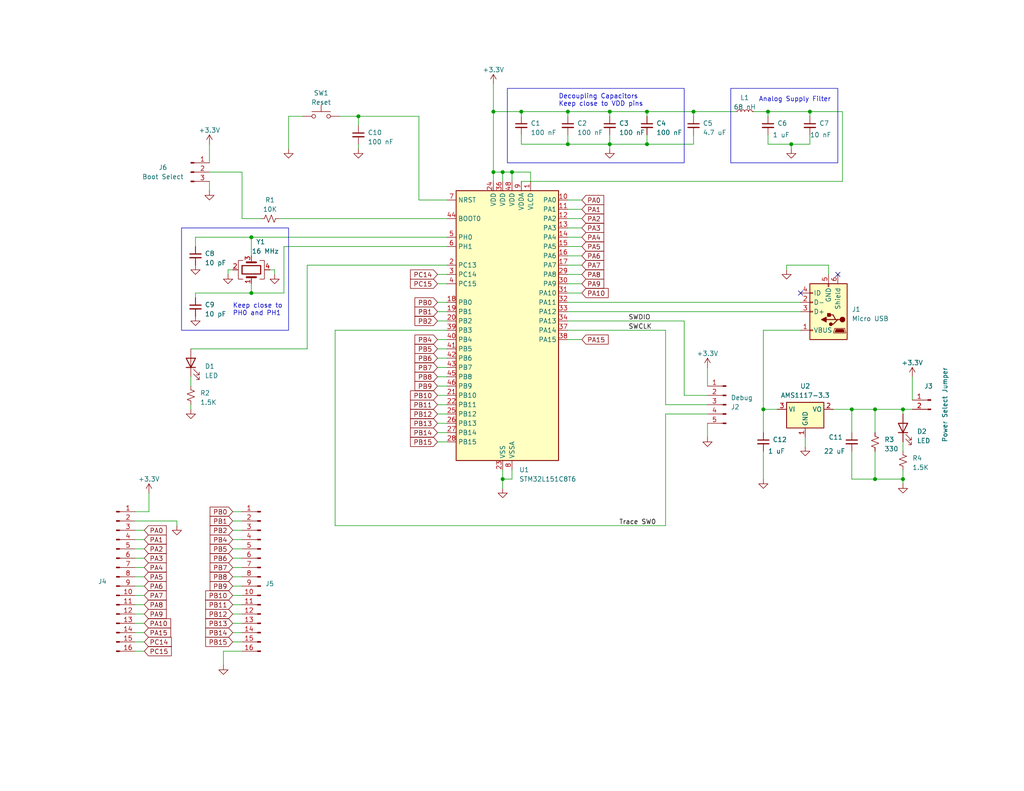
<source format=kicad_sch>
(kicad_sch (version 20230121) (generator eeschema)
  (paper "USLetter")
  (title_block (title "Wireless Sensor CPU Board") (date "2023-04-26") (rev "1") (company "NSE Labs"))
  (lib_symbols
    (symbol "Connector:Conn_01x02_Pin" (pin_names (offset 1.016) hide)
      (property "Reference" "J" (at 0 2.54 0))
      (property "Value" "Conn_01x02_Pin" (at 0 -5.08 0))
      (symbol "Conn_01x02_Pin_1_1"
        (polyline (pts (xy 1.27 -2.54) (xy 0.8636 -2.54)) (stroke (width 0.1524)))
        (polyline (pts (xy 1.27 0) (xy 0.8636 0)) (stroke (width 0.1524)))
        (rectangle (start 0.8636 -2.413) (end 0 -2.667) (stroke (width 0.1524)) (fill (type outline)))
        (rectangle (start 0.8636 0.127) (end 0 -0.127) (stroke (width 0.1524)) (fill (type outline)))
        (pin passive line (at 5.08 0 180) (length 3.81) (name "Pin_1") (number "1"))
        (pin passive line (at 5.08 -2.54 180) (length 3.81) (name "Pin_2") (number "2"))
      )
    )
    (symbol "Connector:Conn_01x03_Pin" (pin_names (offset 1.016) hide)
      (property "Reference" "J" (at 0 5.08 0))
      (property "Value" "Conn_01x03_Pin" (at 0 -5.08 0))
      (symbol "Conn_01x03_Pin_1_1"
        (polyline (pts (xy 1.27 -2.54) (xy 0.8636 -2.54)) (stroke (width 0.1524)))
        (polyline (pts (xy 1.27 0) (xy 0.8636 0)) (stroke (width 0.1524)))
        (polyline (pts (xy 1.27 2.54) (xy 0.8636 2.54)) (stroke (width 0.1524)))
        (rectangle (start 0.8636 -2.413) (end 0 -2.667) (stroke (width 0.1524)) (fill (type outline)))
        (rectangle (start 0.8636 0.127) (end 0 -0.127) (stroke (width 0.1524)) (fill (type outline)))
        (rectangle (start 0.8636 2.667) (end 0 2.413) (stroke (width 0.1524)) (fill (type outline)))
        (pin passive line (at 5.08 2.54 180) (length 3.81) (name "Pin_1") (number "1"))
        (pin passive line (at 5.08 0 180) (length 3.81) (name "Pin_2") (number "2"))
        (pin passive line (at 5.08 -2.54 180) (length 3.81) (name "Pin_3") (number "3"))
      )
    )
    (symbol "Connector:Conn_01x05_Pin" (pin_names (offset 1.016) hide)
      (property "Reference" "J" (at 0 7.62 0))
      (property "Value" "Conn_01x05_Pin" (at 0 -7.62 0))
      (symbol "Conn_01x05_Pin_1_1"
        (polyline (pts (xy 1.27 -5.08) (xy 0.8636 -5.08)) (stroke (width 0.1524)))
        (polyline (pts (xy 1.27 -2.54) (xy 0.8636 -2.54)) (stroke (width 0.1524)))
        (polyline (pts (xy 1.27 0) (xy 0.8636 0)) (stroke (width 0.1524)))
        (polyline (pts (xy 1.27 2.54) (xy 0.8636 2.54)) (stroke (width 0.1524)))
        (polyline (pts (xy 1.27 5.08) (xy 0.8636 5.08)) (stroke (width 0.1524)))
        (rectangle (start 0.8636 -4.953) (end 0 -5.207) (stroke (width 0.1524)) (fill (type outline)))
        (rectangle (start 0.8636 -2.413) (end 0 -2.667) (stroke (width 0.1524)) (fill (type outline)))
        (rectangle (start 0.8636 0.127) (end 0 -0.127) (stroke (width 0.1524)) (fill (type outline)))
        (rectangle (start 0.8636 2.667) (end 0 2.413) (stroke (width 0.1524)) (fill (type outline)))
        (rectangle (start 0.8636 5.207) (end 0 4.953) (stroke (width 0.1524)) (fill (type outline)))
        (pin passive line (at 5.08 5.08 180) (length 3.81) (name "Pin_1") (number "1"))
        (pin passive line (at 5.08 2.54 180) (length 3.81) (name "Pin_2") (number "2"))
        (pin passive line (at 5.08 0 180) (length 3.81) (name "Pin_3") (number "3"))
        (pin passive line (at 5.08 -2.54 180) (length 3.81) (name "Pin_4") (number "4"))
        (pin passive line (at 5.08 -5.08 180) (length 3.81) (name "Pin_5") (number "5"))
      )
    )
    (symbol "Connector:Conn_01x16_Pin" (pin_names (offset 1.016) hide)
      (property "Reference" "J" (at 0 20.32 0))
      (property "Value" "Conn_01x16_Pin" (at 0 -22.86 0))
      (symbol "Conn_01x16_Pin_1_1"
        (polyline (pts (xy 1.27 -20.32) (xy 0.8636 -20.32)) (stroke (width 0.1524)))
        (polyline (pts (xy 1.27 -17.78) (xy 0.8636 -17.78)) (stroke (width 0.1524)))
        (polyline (pts (xy 1.27 -15.24) (xy 0.8636 -15.24)) (stroke (width 0.1524)))
        (polyline (pts (xy 1.27 -12.7) (xy 0.8636 -12.7)) (stroke (width 0.1524)))
        (polyline (pts (xy 1.27 -10.16) (xy 0.8636 -10.16)) (stroke (width 0.1524)))
        (polyline (pts (xy 1.27 -7.62) (xy 0.8636 -7.62)) (stroke (width 0.1524)))
        (polyline (pts (xy 1.27 -5.08) (xy 0.8636 -5.08)) (stroke (width 0.1524)))
        (polyline (pts (xy 1.27 -2.54) (xy 0.8636 -2.54)) (stroke (width 0.1524)))
        (polyline (pts (xy 1.27 0) (xy 0.8636 0)) (stroke (width 0.1524)))
        (polyline (pts (xy 1.27 2.54) (xy 0.8636 2.54)) (stroke (width 0.1524)))
        (polyline (pts (xy 1.27 5.08) (xy 0.8636 5.08)) (stroke (width 0.1524)))
        (polyline (pts (xy 1.27 7.62) (xy 0.8636 7.62)) (stroke (width 0.1524)))
        (polyline (pts (xy 1.27 10.16) (xy 0.8636 10.16)) (stroke (width 0.1524)))
        (polyline (pts (xy 1.27 12.7) (xy 0.8636 12.7)) (stroke (width 0.1524)))
        (polyline (pts (xy 1.27 15.24) (xy 0.8636 15.24)) (stroke (width 0.1524)))
        (polyline (pts (xy 1.27 17.78) (xy 0.8636 17.78)) (stroke (width 0.1524)))
        (rectangle (start 0.8636 -20.193) (end 0 -20.447) (stroke (width 0.1524)) (fill (type outline)))
        (rectangle (start 0.8636 -17.653) (end 0 -17.907) (stroke (width 0.1524)) (fill (type outline)))
        (rectangle (start 0.8636 -15.113) (end 0 -15.367) (stroke (width 0.1524)) (fill (type outline)))
        (rectangle (start 0.8636 -12.573) (end 0 -12.827) (stroke (width 0.1524)) (fill (type outline)))
        (rectangle (start 0.8636 -10.033) (end 0 -10.287) (stroke (width 0.1524)) (fill (type outline)))
        (rectangle (start 0.8636 -7.493) (end 0 -7.747) (stroke (width 0.1524)) (fill (type outline)))
        (rectangle (start 0.8636 -4.953) (end 0 -5.207) (stroke (width 0.1524)) (fill (type outline)))
        (rectangle (start 0.8636 -2.413) (end 0 -2.667) (stroke (width 0.1524)) (fill (type outline)))
        (rectangle (start 0.8636 0.127) (end 0 -0.127) (stroke (width 0.1524)) (fill (type outline)))
        (rectangle (start 0.8636 2.667) (end 0 2.413) (stroke (width 0.1524)) (fill (type outline)))
        (rectangle (start 0.8636 5.207) (end 0 4.953) (stroke (width 0.1524)) (fill (type outline)))
        (rectangle (start 0.8636 7.747) (end 0 7.493) (stroke (width 0.1524)) (fill (type outline)))
        (rectangle (start 0.8636 10.287) (end 0 10.033) (stroke (width 0.1524)) (fill (type outline)))
        (rectangle (start 0.8636 12.827) (end 0 12.573) (stroke (width 0.1524)) (fill (type outline)))
        (rectangle (start 0.8636 15.367) (end 0 15.113) (stroke (width 0.1524)) (fill (type outline)))
        (rectangle (start 0.8636 17.907) (end 0 17.653) (stroke (width 0.1524)) (fill (type outline)))
        (pin passive line (at 5.08 17.78 180) (length 3.81) (name "Pin_1") (number "1"))
        (pin passive line (at 5.08 -5.08 180) (length 3.81) (name "Pin_10") (number "10"))
        (pin passive line (at 5.08 -7.62 180) (length 3.81) (name "Pin_11") (number "11"))
        (pin passive line (at 5.08 -10.16 180) (length 3.81) (name "Pin_12") (number "12"))
        (pin passive line (at 5.08 -12.7 180) (length 3.81) (name "Pin_13") (number "13"))
        (pin passive line (at 5.08 -15.24 180) (length 3.81) (name "Pin_14") (number "14"))
        (pin passive line (at 5.08 -17.78 180) (length 3.81) (name "Pin_15") (number "15"))
        (pin passive line (at 5.08 -20.32 180) (length 3.81) (name "Pin_16") (number "16"))
        (pin passive line (at 5.08 15.24 180) (length 3.81) (name "Pin_2") (number "2"))
        (pin passive line (at 5.08 12.7 180) (length 3.81) (name "Pin_3") (number "3"))
        (pin passive line (at 5.08 10.16 180) (length 3.81) (name "Pin_4") (number "4"))
        (pin passive line (at 5.08 7.62 180) (length 3.81) (name "Pin_5") (number "5"))
        (pin passive line (at 5.08 5.08 180) (length 3.81) (name "Pin_6") (number "6"))
        (pin passive line (at 5.08 2.54 180) (length 3.81) (name "Pin_7") (number "7"))
        (pin passive line (at 5.08 0 180) (length 3.81) (name "Pin_8") (number "8"))
        (pin passive line (at 5.08 -2.54 180) (length 3.81) (name "Pin_9") (number "9"))
      )
    )
    (symbol "Connector:USB_B_Micro" (pin_names (offset 1.016))
      (property "Reference" "J" (at -5.08 11.43 0))
      (property "Value" "USB_B_Micro" (at -5.08 8.89 0))
      (symbol "USB_B_Micro_0_1"
        (rectangle (start -5.08 -7.62) (end 5.08 7.62) (stroke (width 0.254)) (fill (type background)))
        (circle (center -3.81 2.159) (radius 0.635) (stroke (width 0.254)) (fill (type outline)))
        (circle (center -0.635 3.429) (radius 0.381) (stroke (width 0.254)) (fill (type outline)))
        (rectangle (start -0.127 -7.62) (end 0.127 -6.858))
        (polyline (pts (xy -1.905 2.159) (xy 0.635 2.159)) (stroke (width 0.254)))
        (polyline (pts (xy -3.175 2.159) (xy -2.54 2.159) (xy -1.27 3.429) (xy -0.635 3.429)) (stroke (width 0.254)))
        (polyline (pts (xy -2.54 2.159) (xy -1.905 2.159) (xy -1.27 0.889) (xy 0 0.889)) (stroke (width 0.254)))
        (polyline (pts (xy 0.635 2.794) (xy 0.635 1.524) (xy 1.905 2.159) (xy 0.635 2.794)) (stroke (width 0.254)) (fill (type outline)))
        (polyline (pts (xy -4.318 5.588) (xy -1.778 5.588) (xy -2.032 4.826) (xy -4.064 4.826) (xy -4.318 5.588)) (fill (type outline)))
        (polyline (pts (xy -4.699 5.842) (xy -4.699 5.588) (xy -4.445 4.826) (xy -4.445 4.572) (xy -1.651 4.572) (xy -1.651 4.826) (xy -1.397 5.588) (xy -1.397 5.842) (xy -4.699 5.842)))
        (rectangle (start 0.254 1.27) (end -0.508 0.508) (stroke (width 0.254)) (fill (type outline)))
        (rectangle (start 5.08 -5.207) (end 4.318 -4.953))
        (rectangle (start 5.08 -2.667) (end 4.318 -2.413))
        (rectangle (start 5.08 -0.127) (end 4.318 0.127))
        (rectangle (start 5.08 4.953) (end 4.318 5.207))
      )
      (symbol "USB_B_Micro_1_1"
        (pin power_out line (at 7.62 5.08 180) (length 2.54) (name "VBUS") (number "1"))
        (pin bidirectional line (at 7.62 -2.54 180) (length 2.54) (name "D-") (number "2"))
        (pin bidirectional line (at 7.62 0 180) (length 2.54) (name "D+") (number "3"))
        (pin passive line (at 7.62 -5.08 180) (length 2.54) (name "ID") (number "4"))
        (pin power_out line (at 0 -10.16 90) (length 2.54) (name "GND") (number "5"))
        (pin passive line (at -2.54 -10.16 90) (length 2.54) (name "Shield") (number "6"))
      )
    )
    (symbol "Device:C_Small" (pin_numbers hide) (pin_names (offset 0.254) hide)
      (property "Reference" "C" (at 0.254 1.778 0))
      (property "Value" "C_Small" (at 0.254 -2.032 0))
      (symbol "C_Small_0_1"
        (polyline (pts (xy -1.524 -0.508) (xy 1.524 -0.508)) (stroke (width 0.3302)))
        (polyline (pts (xy -1.524 0.508) (xy 1.524 0.508)) (stroke (width 0.3048)))
      )
      (symbol "C_Small_1_1"
        (pin passive line (at 0 2.54 270) (length 2.032) (name "~") (number "1"))
        (pin passive line (at 0 -2.54 90) (length 2.032) (name "~") (number "2"))
      )
    )
    (symbol "Device:Crystal_GND24" (pin_names (offset 1.016) hide)
      (property "Reference" "Y" (at 3.175 5.08 0))
      (property "Value" "Crystal_GND24" (at 3.175 3.175 0))
      (symbol "Crystal_GND24_0_1"
        (rectangle (start -1.143 2.54) (end 1.143 -2.54) (stroke (width 0.3048)))
        (polyline (pts (xy -2.54 0) (xy -2.032 0)))
        (polyline (pts (xy -2.032 -1.27) (xy -2.032 1.27)) (stroke (width 0.508)))
        (polyline (pts (xy 0 -3.81) (xy 0 -3.556)))
        (polyline (pts (xy 0 3.556) (xy 0 3.81)))
        (polyline (pts (xy 2.032 -1.27) (xy 2.032 1.27)) (stroke (width 0.508)))
        (polyline (pts (xy 2.032 0) (xy 2.54 0)))
        (polyline (pts (xy -2.54 -2.286) (xy -2.54 -3.556) (xy 2.54 -3.556) (xy 2.54 -2.286)))
        (polyline (pts (xy -2.54 2.286) (xy -2.54 3.556) (xy 2.54 3.556) (xy 2.54 2.286)))
      )
      (symbol "Crystal_GND24_1_1"
        (pin passive line (at -3.81 0 0) (length 1.27) (name "1") (number "1"))
        (pin passive line (at 0 5.08 270) (length 1.27) (name "2") (number "2"))
        (pin passive line (at 3.81 0 180) (length 1.27) (name "3") (number "3"))
        (pin passive line (at 0 -5.08 90) (length 1.27) (name "4") (number "4"))
      )
    )
    (symbol "Device:LED" (pin_numbers hide) (pin_names (offset 1.016) hide)
      (property "Reference" "D" (at 0 2.54 0))
      (property "Value" "LED" (at 0 -2.54 0))
      (symbol "LED_0_1"
        (polyline (pts (xy -1.27 -1.27) (xy -1.27 1.27)) (stroke (width 0.254)))
        (polyline (pts (xy -1.27 0) (xy 1.27 0)))
        (polyline (pts (xy 1.27 -1.27) (xy 1.27 1.27) (xy -1.27 0) (xy 1.27 -1.27)) (stroke (width 0.254)))
        (polyline (pts (xy -3.048 -0.762) (xy -4.572 -2.286) (xy -3.81 -2.286) (xy -4.572 -2.286) (xy -4.572 -1.524)))
        (polyline (pts (xy -1.778 -0.762) (xy -3.302 -2.286) (xy -2.54 -2.286) (xy -3.302 -2.286) (xy -3.302 -1.524)))
      )
      (symbol "LED_1_1"
        (pin passive line (at -3.81 0 0) (length 2.54) (name "K") (number "1"))
        (pin passive line (at 3.81 0 180) (length 2.54) (name "A") (number "2"))
      )
    )
    (symbol "Device:L_Small" (pin_numbers hide) (pin_names (offset 0.254) hide)
      (property "Reference" "L" (at 0.762 1.016 0))
      (property "Value" "L_Small" (at 0.762 -1.016 0))
      (symbol "L_Small_0_1"
        (arc (start 0 -2.032) (mid 0.5058 -1.524) (end 0 -1.016))
        (arc (start 0 -1.016) (mid 0.5058 -0.508) (end 0 0))
        (arc (start 0 0) (mid 0.5058 0.508) (end 0 1.016))
        (arc (start 0 1.016) (mid 0.5058 1.524) (end 0 2.032))
      )
      (symbol "L_Small_1_1"
        (pin passive line (at 0 2.54 270) (length 0.508) (name "~") (number "1"))
        (pin passive line (at 0 -2.54 90) (length 0.508) (name "~") (number "2"))
      )
    )
    (symbol "Device:R_Small_US" (pin_numbers hide) (pin_names (offset 0.254) hide)
      (property "Reference" "R" (at 0.762 0.508 0))
      (property "Value" "R_Small_US" (at 0.762 -1.016 0))
      (symbol "R_Small_US_1_1"
        (polyline (pts (xy 0 0) (xy 1.016 -0.381) (xy 0 -0.762) (xy -1.016 -1.143) (xy 0 -1.524)))
        (polyline (pts (xy 0 1.524) (xy 1.016 1.143) (xy 0 0.762) (xy -1.016 0.381) (xy 0 0)))
        (pin passive line (at 0 2.54 270) (length 1.016) (name "~") (number "1"))
        (pin passive line (at 0 -2.54 90) (length 1.016) (name "~") (number "2"))
      )
    )
    (symbol "MCU_ST_STM32L1:STM32L151C8Tx"
      (property "Reference" "U" (at -12.7 39.37 0))
      (property "Value" "STM32L151C8Tx" (at 10.16 39.37 0))
      (symbol "STM32L151C8Tx_0_1"
        (rectangle (start -12.7 -35.56) (end 15.24 38.1) (stroke (width 0.254)) (fill (type background)))
      )
      (symbol "STM32L151C8Tx_1_1"
        (pin power_in line (at 7.62 40.64 270) (length 2.54) (name "VLCD") (number "1"))
        (pin bidirectional line (at 17.78 35.56 180) (length 2.54) (name "PA0") (number "10"))
        (pin bidirectional line (at 17.78 33.02 180) (length 2.54) (name "PA1") (number "11"))
        (pin bidirectional line (at 17.78 30.48 180) (length 2.54) (name "PA2") (number "12"))
        (pin bidirectional line (at 17.78 27.94 180) (length 2.54) (name "PA3") (number "13"))
        (pin bidirectional line (at 17.78 25.4 180) (length 2.54) (name "PA4") (number "14"))
        (pin bidirectional line (at 17.78 22.86 180) (length 2.54) (name "PA5") (number "15"))
        (pin bidirectional line (at 17.78 20.32 180) (length 2.54) (name "PA6") (number "16"))
        (pin bidirectional line (at 17.78 17.78 180) (length 2.54) (name "PA7") (number "17"))
        (pin bidirectional line (at -15.24 7.62 0) (length 2.54) (name "PB0") (number "18"))
        (pin bidirectional line (at -15.24 5.08 0) (length 2.54) (name "PB1") (number "19"))
        (pin bidirectional line (at -15.24 17.78 0) (length 2.54) (name "PC13") (number "2"))
        (pin bidirectional line (at -15.24 2.54 0) (length 2.54) (name "PB2") (number "20"))
        (pin bidirectional line (at -15.24 -17.78 0) (length 2.54) (name "PB10") (number "21"))
        (pin bidirectional line (at -15.24 -20.32 0) (length 2.54) (name "PB11") (number "22"))
        (pin power_in line (at 0 -38.1 90) (length 2.54) (name "VSS") (number "23"))
        (pin power_in line (at -2.54 40.64 270) (length 2.54) (name "VDD") (number "24"))
        (pin bidirectional line (at -15.24 -22.86 0) (length 2.54) (name "PB12") (number "25"))
        (pin bidirectional line (at -15.24 -25.4 0) (length 2.54) (name "PB13") (number "26"))
        (pin bidirectional line (at -15.24 -27.94 0) (length 2.54) (name "PB14") (number "27"))
        (pin bidirectional line (at -15.24 -30.48 0) (length 2.54) (name "PB15") (number "28"))
        (pin bidirectional line (at 17.78 15.24 180) (length 2.54) (name "PA8") (number "29"))
        (pin bidirectional line (at -15.24 15.24 0) (length 2.54) (name "PC14") (number "3"))
        (pin bidirectional line (at 17.78 12.7 180) (length 2.54) (name "PA9") (number "30"))
        (pin bidirectional line (at 17.78 10.16 180) (length 2.54) (name "PA10") (number "31"))
        (pin bidirectional line (at 17.78 7.62 180) (length 2.54) (name "PA11") (number "32"))
        (pin bidirectional line (at 17.78 5.08 180) (length 2.54) (name "PA12") (number "33"))
        (pin bidirectional line (at 17.78 2.54 180) (length 2.54) (name "PA13") (number "34"))
        (pin passive line (at 0 -38.1 90) (length 2.54) hide (name "VSS") (number "35"))
        (pin power_in line (at 0 40.64 270) (length 2.54) (name "VDD") (number "36"))
        (pin bidirectional line (at 17.78 0 180) (length 2.54) (name "PA14") (number "37"))
        (pin bidirectional line (at 17.78 -2.54 180) (length 2.54) (name "PA15") (number "38"))
        (pin bidirectional line (at -15.24 0 0) (length 2.54) (name "PB3") (number "39"))
        (pin bidirectional line (at -15.24 12.7 0) (length 2.54) (name "PC15") (number "4"))
        (pin bidirectional line (at -15.24 -2.54 0) (length 2.54) (name "PB4") (number "40"))
        (pin bidirectional line (at -15.24 -5.08 0) (length 2.54) (name "PB5") (number "41"))
        (pin bidirectional line (at -15.24 -7.62 0) (length 2.54) (name "PB6") (number "42"))
        (pin bidirectional line (at -15.24 -10.16 0) (length 2.54) (name "PB7") (number "43"))
        (pin input line (at -15.24 30.48 0) (length 2.54) (name "BOOT0") (number "44"))
        (pin bidirectional line (at -15.24 -12.7 0) (length 2.54) (name "PB8") (number "45"))
        (pin bidirectional line (at -15.24 -15.24 0) (length 2.54) (name "PB9") (number "46"))
        (pin passive line (at 0 -38.1 90) (length 2.54) hide (name "VSS") (number "47"))
        (pin power_in line (at 2.54 40.64 270) (length 2.54) (name "VDD") (number "48"))
        (pin bidirectional line (at -15.24 25.4 0) (length 2.54) (name "PH0") (number "5"))
        (pin bidirectional line (at -15.24 22.86 0) (length 2.54) (name "PH1") (number "6"))
        (pin input line (at -15.24 35.56 0) (length 2.54) (name "NRST") (number "7"))
        (pin power_in line (at 2.54 -38.1 90) (length 2.54) (name "VSSA") (number "8"))
        (pin power_in line (at 5.08 40.64 270) (length 2.54) (name "VDDA") (number "9"))
      )
    )
    (symbol "Regulator_Linear:AMS1117-3.3"
      (property "Reference" "U" (at -3.81 3.175 0))
      (property "Value" "AMS1117-3.3" (at 0 3.175 0))
      (symbol "AMS1117-3.3_0_1"
        (rectangle (start -5.08 -5.08) (end 5.08 1.905) (stroke (width 0.254)) (fill (type background)))
      )
      (symbol "AMS1117-3.3_1_1"
        (pin power_in line (at 0 -7.62 90) (length 2.54) (name "GND") (number "1"))
        (pin power_out line (at 7.62 0 180) (length 2.54) (name "VO") (number "2"))
        (pin power_in line (at -7.62 0 0) (length 2.54) (name "VI") (number "3"))
      )
    )
    (symbol "Switch:SW_Push" (pin_numbers hide) (pin_names (offset 1.016) hide)
      (property "Reference" "SW" (at 1.27 2.54 0))
      (property "Value" "SW_Push" (at 0 -1.524 0))
      (symbol "SW_Push_0_1"
        (circle (center -2.032 0) (radius 0.508))
        (polyline (pts (xy 0 1.27) (xy 0 3.048)))
        (polyline (pts (xy 2.54 1.27) (xy -2.54 1.27)))
        (circle (center 2.032 0) (radius 0.508))
        (pin passive line (at -5.08 0 0) (length 2.54) (name "1") (number "1"))
        (pin passive line (at 5.08 0 180) (length 2.54) (name "2") (number "2"))
      )
    )
    (symbol "power:+3.3V" (power) (pin_names (offset 0))
      (property "Value" "+3.3V" (at 0 3.556 0))
      (symbol "+3.3V_0_1"
        (polyline (pts (xy -0.762 1.27) (xy 0 2.54)))
        (polyline (pts (xy 0 0) (xy 0 2.54)))
        (polyline (pts (xy 0 2.54) (xy 0.762 1.27)))
      )
      (symbol "+3.3V_1_1"
        (pin power_in line (at 0 0 90) (length 0) hide (name "+3.3V") (number "1"))
      )
    )
    (symbol "power:GND" (power) (pin_names (offset 0))
      (property "Value" "GND" (at 0 -3.81 0))
      (symbol "GND_0_1"
        (polyline (pts (xy 0 0) (xy 0 -1.27) (xy 1.27 -1.27) (xy 0 -2.54) (xy -1.27 -1.27) (xy 0 -1.27)))
      )
      (symbol "GND_1_1"
        (pin power_in line (at 0 0 270) (length 0) hide (name "GND") (number "1"))
      )
    )
  )
  (junction (at 68.58 64.77))
  (junction (at 246.38 111.76))
  (junction (at 134.62 46.99))
  (junction (at 238.76 130.81))
  (junction (at 137.16 130.81))
  (junction (at 68.58 80.01))
  (junction (at 97.79 31.75))
  (junction (at 166.37 30.48))
  (junction (at 137.16 46.99))
  (junction (at 154.94 30.48))
  (junction (at 176.53 39.37))
  (junction (at 166.37 39.37))
  (junction (at 232.41 111.76))
  (junction (at 246.38 130.81))
  (junction (at 209.55 30.48))
  (junction (at 220.98 30.48))
  (junction (at 176.53 30.48))
  (junction (at 154.94 39.37))
  (junction (at 142.24 30.48))
  (junction (at 215.9 39.37))
  (junction (at 189.23 30.48))
  (junction (at 208.28 111.76))
  (junction (at 139.7 46.99))
  (junction (at 134.62 30.48))
  (junction (at 238.76 111.76))
  (no_connect (at 218.44 80.01))
  (no_connect (at 228.6 74.93))
  (wire (pts (xy 119.38 74.93) (xy 121.92 74.93)))
  (wire (pts (xy 52.07 102.87) (xy 52.07 105.41)))
  (wire (pts (xy 63.5 73.66) (xy 62.23 73.66)))
  (wire (pts (xy 176.53 30.48) (xy 176.53 31.75)))
  (wire (pts (xy 57.15 46.99) (xy 66.04 46.99)))
  (wire (pts (xy 63.5 142.24) (xy 66.04 142.24)))
  (wire (pts (xy 97.79 31.75) (xy 97.79 34.29)))
  (wire (pts (xy 226.06 72.39) (xy 226.06 74.93)))
  (wire (pts (xy 214.63 72.39) (xy 226.06 72.39)))
  (wire (pts (xy 119.38 110.49) (xy 121.92 110.49)))
  (wire (pts (xy 36.83 160.02) (xy 39.37 160.02)))
  (wire (pts (xy 139.7 46.99) (xy 144.78 46.99)))
  (wire (pts (xy 154.94 62.23) (xy 158.75 62.23)))
  (wire (pts (xy 66.04 177.8) (xy 60.96 177.8)))
  (wire (pts (xy 36.83 149.86) (xy 39.37 149.86)))
  (wire (pts (xy 63.5 157.48) (xy 66.04 157.48)))
  (wire (pts (xy 119.38 120.65) (xy 121.92 120.65)))
  (wire (pts (xy 36.83 162.56) (xy 39.37 162.56)))
  (wire (pts (xy 63.5 172.72) (xy 66.04 172.72)))
  (wire (pts (xy 215.9 39.37) (xy 220.98 39.37)))
  (wire (pts (xy 238.76 111.76) (xy 246.38 111.76)))
  (wire (pts (xy 166.37 36.83) (xy 166.37 39.37)))
  (wire (pts (xy 66.04 59.69) (xy 71.12 59.69)))
  (wire (pts (xy 68.58 64.77) (xy 121.92 64.77)))
  (wire (pts (xy 36.83 157.48) (xy 39.37 157.48)))
  (wire (pts (xy 78.74 31.75) (xy 78.74 40.64)))
  (wire (pts (xy 119.38 107.95) (xy 121.92 107.95)))
  (wire (pts (xy 154.94 80.01) (xy 158.75 80.01)))
  (wire (pts (xy 119.38 105.41) (xy 121.92 105.41)))
  (wire (pts (xy 36.83 147.32) (xy 39.37 147.32)))
  (wire (pts (xy 142.24 49.53) (xy 229.87 49.53)))
  (wire (pts (xy 134.62 30.48) (xy 134.62 46.99)))
  (wire (pts (xy 137.16 46.99) (xy 139.7 46.99)))
  (wire (pts (xy 91.44 90.17) (xy 91.44 143.51)))
  (wire (pts (xy 73.66 73.66) (xy 74.93 73.66)))
  (wire (pts (xy 121.92 54.61) (xy 114.3 54.61)))
  (wire (pts (xy 119.38 95.25) (xy 121.92 95.25)))
  (wire (pts (xy 36.83 175.26) (xy 39.37 175.26)))
  (wire (pts (xy 68.58 69.85) (xy 68.58 64.77)))
  (wire (pts (xy 154.94 72.39) (xy 158.75 72.39)))
  (wire (pts (xy 57.15 49.53) (xy 57.15 52.07)))
  (wire (pts (xy 83.82 72.39) (xy 83.82 95.25)))
  (wire (pts (xy 63.5 152.4) (xy 66.04 152.4)))
  (wire (pts (xy 119.38 113.03) (xy 121.92 113.03)))
  (wire (pts (xy 209.55 36.83) (xy 209.55 39.37)))
  (wire (pts (xy 176.53 30.48) (xy 189.23 30.48)))
  (wire (pts (xy 114.3 31.75) (xy 97.79 31.75)))
  (wire (pts (xy 215.9 39.37) (xy 215.9 40.64)))
  (wire (pts (xy 63.5 154.94) (xy 66.04 154.94)))
  (wire (pts (xy 63.5 160.02) (xy 66.04 160.02)))
  (wire (pts (xy 63.5 139.7) (xy 66.04 139.7)))
  (wire (pts (xy 154.94 90.17) (xy 181.61 90.17)))
  (wire (pts (xy 248.92 102.87) (xy 248.92 109.22)))
  (wire (pts (xy 142.24 39.37) (xy 154.94 39.37)))
  (wire (pts (xy 57.15 39.37) (xy 57.15 44.45)))
  (wire (pts (xy 220.98 30.48) (xy 220.98 31.75)))
  (wire (pts (xy 137.16 130.81) (xy 137.16 133.35)))
  (wire (pts (xy 246.38 128.27) (xy 246.38 130.81)))
  (wire (pts (xy 53.34 64.77) (xy 68.58 64.77)))
  (wire (pts (xy 186.69 87.63) (xy 186.69 107.95)))
  (wire (pts (xy 232.41 130.81) (xy 238.76 130.81)))
  (wire (pts (xy 154.94 39.37) (xy 166.37 39.37)))
  (wire (pts (xy 181.61 110.49) (xy 193.04 110.49)))
  (wire (pts (xy 176.53 36.83) (xy 176.53 39.37)))
  (wire (pts (xy 63.5 144.78) (xy 66.04 144.78)))
  (wire (pts (xy 214.63 73.66) (xy 214.63 72.39)))
  (wire (pts (xy 137.16 128.27) (xy 137.16 130.81)))
  (wire (pts (xy 205.74 30.48) (xy 209.55 30.48)))
  (wire (pts (xy 36.83 152.4) (xy 39.37 152.4)))
  (wire (pts (xy 119.38 87.63) (xy 121.92 87.63)))
  (wire (pts (xy 91.44 90.17) (xy 121.92 90.17)))
  (wire (pts (xy 246.38 120.65) (xy 246.38 123.19)))
  (wire (pts (xy 193.04 115.57) (xy 193.04 119.38)))
  (wire (pts (xy 92.71 31.75) (xy 97.79 31.75)))
  (wire (pts (xy 154.94 87.63) (xy 186.69 87.63)))
  (wire (pts (xy 166.37 39.37) (xy 176.53 39.37)))
  (wire (pts (xy 137.16 130.81) (xy 139.7 130.81)))
  (wire (pts (xy 154.94 64.77) (xy 158.75 64.77)))
  (wire (pts (xy 186.69 107.95) (xy 193.04 107.95)))
  (wire (pts (xy 208.28 123.19) (xy 208.28 130.81)))
  (wire (pts (xy 154.94 77.47) (xy 158.75 77.47)))
  (wire (pts (xy 227.33 111.76) (xy 232.41 111.76)))
  (wire (pts (xy 232.41 111.76) (xy 232.41 118.11)))
  (wire (pts (xy 63.5 147.32) (xy 66.04 147.32)))
  (wire (pts (xy 134.62 22.86) (xy 134.62 30.48)))
  (wire (pts (xy 232.41 123.19) (xy 232.41 130.81)))
  (wire (pts (xy 63.5 167.64) (xy 66.04 167.64)))
  (wire (pts (xy 66.04 46.99) (xy 66.04 59.69)))
  (wire (pts (xy 142.24 30.48) (xy 154.94 30.48)))
  (wire (pts (xy 82.55 31.75) (xy 78.74 31.75)))
  (wire (pts (xy 119.38 97.79) (xy 121.92 97.79)))
  (wire (pts (xy 36.83 167.64) (xy 39.37 167.64)))
  (wire (pts (xy 74.93 74.93) (xy 74.93 73.66)))
  (wire (pts (xy 119.38 92.71) (xy 121.92 92.71)))
  (wire (pts (xy 63.5 149.86) (xy 66.04 149.86)))
  (wire (pts (xy 209.55 39.37) (xy 215.9 39.37)))
  (wire (pts (xy 68.58 77.47) (xy 68.58 80.01)))
  (wire (pts (xy 134.62 30.48) (xy 142.24 30.48)))
  (wire (pts (xy 220.98 30.48) (xy 229.87 30.48)))
  (wire (pts (xy 238.76 111.76) (xy 238.76 118.11)))
  (wire (pts (xy 208.28 111.76) (xy 208.28 118.11)))
  (wire (pts (xy 219.71 119.38) (xy 219.71 121.92)))
  (wire (pts (xy 154.94 36.83) (xy 154.94 39.37)))
  (wire (pts (xy 144.78 46.99) (xy 144.78 49.53)))
  (wire (pts (xy 77.47 80.01) (xy 68.58 80.01)))
  (wire (pts (xy 220.98 36.83) (xy 220.98 39.37)))
  (wire (pts (xy 40.64 139.7) (xy 40.64 134.62)))
  (wire (pts (xy 139.7 128.27) (xy 139.7 130.81)))
  (wire (pts (xy 193.04 100.33) (xy 193.04 105.41)))
  (wire (pts (xy 63.5 170.18) (xy 66.04 170.18)))
  (wire (pts (xy 36.83 154.94) (xy 39.37 154.94)))
  (wire (pts (xy 119.38 85.09) (xy 121.92 85.09)))
  (wire (pts (xy 189.23 30.48) (xy 189.23 31.75)))
  (wire (pts (xy 176.53 39.37) (xy 189.23 39.37)))
  (wire (pts (xy 119.38 118.11) (xy 121.92 118.11)))
  (wire (pts (xy 36.83 177.8) (xy 39.37 177.8)))
  (wire (pts (xy 154.94 67.31) (xy 158.75 67.31)))
  (wire (pts (xy 114.3 54.61) (xy 114.3 31.75)))
  (wire (pts (xy 36.83 172.72) (xy 39.37 172.72)))
  (wire (pts (xy 154.94 30.48) (xy 154.94 31.75)))
  (wire (pts (xy 246.38 130.81) (xy 246.38 132.08)))
  (wire (pts (xy 119.38 77.47) (xy 121.92 77.47)))
  (wire (pts (xy 189.23 36.83) (xy 189.23 39.37)))
  (wire (pts (xy 189.23 30.48) (xy 200.66 30.48)))
  (wire (pts (xy 36.83 170.18) (xy 39.37 170.18)))
  (wire (pts (xy 119.38 82.55) (xy 121.92 82.55)))
  (wire (pts (xy 119.38 115.57) (xy 121.92 115.57)))
  (wire (pts (xy 154.94 57.15) (xy 158.75 57.15)))
  (wire (pts (xy 238.76 123.19) (xy 238.76 130.81)))
  (wire (pts (xy 229.87 30.48) (xy 229.87 49.53)))
  (wire (pts (xy 154.94 59.69) (xy 158.75 59.69)))
  (wire (pts (xy 53.34 67.31) (xy 53.34 64.77)))
  (wire (pts (xy 52.07 95.25) (xy 83.82 95.25)))
  (wire (pts (xy 154.94 85.09) (xy 218.44 85.09)))
  (wire (pts (xy 232.41 111.76) (xy 238.76 111.76)))
  (wire (pts (xy 209.55 30.48) (xy 209.55 31.75)))
  (wire (pts (xy 246.38 111.76) (xy 248.92 111.76)))
  (wire (pts (xy 154.94 74.93) (xy 158.75 74.93)))
  (wire (pts (xy 36.83 142.24) (xy 48.26 142.24)))
  (wire (pts (xy 68.58 80.01) (xy 53.34 80.01)))
  (wire (pts (xy 121.92 67.31) (xy 77.47 67.31)))
  (wire (pts (xy 181.61 143.51) (xy 181.61 113.03)))
  (wire (pts (xy 139.7 49.53) (xy 139.7 46.99)))
  (wire (pts (xy 166.37 30.48) (xy 166.37 31.75)))
  (wire (pts (xy 238.76 130.81) (xy 246.38 130.81)))
  (wire (pts (xy 36.83 144.78) (xy 39.37 144.78)))
  (wire (pts (xy 134.62 46.99) (xy 137.16 46.99)))
  (wire (pts (xy 166.37 30.48) (xy 176.53 30.48)))
  (wire (pts (xy 91.44 143.51) (xy 181.61 143.51)))
  (wire (pts (xy 154.94 82.55) (xy 218.44 82.55)))
  (wire (pts (xy 208.28 111.76) (xy 208.28 90.17)))
  (wire (pts (xy 209.55 30.48) (xy 220.98 30.48)))
  (wire (pts (xy 181.61 90.17) (xy 181.61 110.49)))
  (wire (pts (xy 76.2 59.69) (xy 121.92 59.69)))
  (wire (pts (xy 154.94 54.61) (xy 158.75 54.61)))
  (wire (pts (xy 166.37 39.37) (xy 166.37 40.64)))
  (wire (pts (xy 119.38 102.87) (xy 121.92 102.87)))
  (wire (pts (xy 208.28 90.17) (xy 218.44 90.17)))
  (wire (pts (xy 137.16 49.53) (xy 137.16 46.99)))
  (wire (pts (xy 97.79 39.37) (xy 97.79 40.64)))
  (wire (pts (xy 181.61 113.03) (xy 193.04 113.03)))
  (wire (pts (xy 36.83 139.7) (xy 40.64 139.7)))
  (wire (pts (xy 53.34 80.01) (xy 53.34 81.28)))
  (wire (pts (xy 142.24 30.48) (xy 142.24 31.75)))
  (wire (pts (xy 63.5 162.56) (xy 66.04 162.56)))
  (wire (pts (xy 52.07 110.49) (xy 52.07 111.76)))
  (wire (pts (xy 63.5 175.26) (xy 66.04 175.26)))
  (wire (pts (xy 212.09 111.76) (xy 208.28 111.76)))
  (wire (pts (xy 48.26 142.24) (xy 48.26 143.51)))
  (wire (pts (xy 134.62 46.99) (xy 134.62 49.53)))
  (wire (pts (xy 154.94 69.85) (xy 158.75 69.85)))
  (wire (pts (xy 36.83 165.1) (xy 39.37 165.1)))
  (wire (pts (xy 63.5 165.1) (xy 66.04 165.1)))
  (wire (pts (xy 154.94 30.48) (xy 166.37 30.48)))
  (wire (pts (xy 77.47 67.31) (xy 77.47 80.01)))
  (wire (pts (xy 62.23 73.66) (xy 62.23 74.93)))
  (wire (pts (xy 121.92 72.39) (xy 83.82 72.39)))
  (wire (pts (xy 246.38 111.76) (xy 246.38 113.03)))
  (wire (pts (xy 154.94 92.71) (xy 158.75 92.71)))
  (wire (pts (xy 142.24 36.83) (xy 142.24 39.37)))
  (wire (pts (xy 119.38 100.33) (xy 121.92 100.33)))
  (wire (pts (xy 60.96 177.8) (xy 60.96 181.61)))
  (rectangle (start 138.43 24.13) (end 186.69 44.45))
  (rectangle (start 49.53 62.23) (end 78.74 90.17))
  (rectangle (start 199.39 24.13) (end 228.6 44.45))
  (text "Keep close to \nPH0 and PH1" (at 63.5 86.36 0) (effects (font (size 1.27 1.27)) (justify left bottom)))
  (text "Analog Supply Filter" (at 207.01 27.94 0) (effects (font (size 1.27 1.27)) (justify left bottom)))
  (text "Decoupling Capacitors\nKeep close to VDD pins" (at 152.4 29.21 0) (effects (font (size 1.27 1.27)) (justify left bottom)))
  (label "SWCLK" (at 171.45 90.17 0))
  (label "Trace SW0" (at 168.91 143.51 0))
  (label "SWDIO" (at 171.45 87.63 0))
  (global_label "PB12" (shape input) (at 63.5 167.64 180) (property "Intersheetrefs" "${INTERSHEET_REFS}" (effects hide)))
  (global_label "PB1" (shape input) (at 119.38 85.09 180) (property "Intersheetrefs" "${INTERSHEET_REFS}" (effects hide)))
  (global_label "PA3" (shape input) (at 158.75 62.23 0) (property "Intersheetrefs" "${INTERSHEET_REFS}" (effects hide)))
  (global_label "PA4" (shape input) (at 158.75 64.77 0) (property "Intersheetrefs" "${INTERSHEET_REFS}" (effects hide)))
  (global_label "PB5" (shape input) (at 119.38 95.25 180) (property "Intersheetrefs" "${INTERSHEET_REFS}" (effects hide)))
  (global_label "PB9" (shape input) (at 119.38 105.41 180) (property "Intersheetrefs" "${INTERSHEET_REFS}" (effects hide)))
  (global_label "PB1" (shape input) (at 63.5 142.24 180) (property "Intersheetrefs" "${INTERSHEET_REFS}" (effects hide)))
  (global_label "PB12" (shape input) (at 119.38 113.03 180) (property "Intersheetrefs" "${INTERSHEET_REFS}" (effects hide)))
  (global_label "PB5" (shape input) (at 63.5 149.86 180) (property "Intersheetrefs" "${INTERSHEET_REFS}" (effects hide)))
  (global_label "PB8" (shape input) (at 119.38 102.87 180) (property "Intersheetrefs" "${INTERSHEET_REFS}" (effects hide)))
  (global_label "PB0" (shape input) (at 119.38 82.55 180) (property "Intersheetrefs" "${INTERSHEET_REFS}" (effects hide)))
  (global_label "PB11" (shape input) (at 119.38 110.49 180) (property "Intersheetrefs" "${INTERSHEET_REFS}" (effects hide)))
  (global_label "PA0" (shape input) (at 39.37 144.78 0) (property "Intersheetrefs" "${INTERSHEET_REFS}" (effects hide)))
  (global_label "PA9" (shape input) (at 158.75 77.47 0) (property "Intersheetrefs" "${INTERSHEET_REFS}" (effects hide)))
  (global_label "PB6" (shape input) (at 63.5 152.4 180) (property "Intersheetrefs" "${INTERSHEET_REFS}" (effects hide)))
  (global_label "PA1" (shape input) (at 158.75 57.15 0) (property "Intersheetrefs" "${INTERSHEET_REFS}" (effects hide)))
  (global_label "PA15" (shape input) (at 39.37 172.72 0) (property "Intersheetrefs" "${INTERSHEET_REFS}" (effects hide)))
  (global_label "PC14" (shape input) (at 39.37 175.26 0) (property "Intersheetrefs" "${INTERSHEET_REFS}" (effects hide)))
  (global_label "PA5" (shape input) (at 158.75 67.31 0) (property "Intersheetrefs" "${INTERSHEET_REFS}" (effects hide)))
  (global_label "PB10" (shape input) (at 63.5 162.56 180) (property "Intersheetrefs" "${INTERSHEET_REFS}" (effects hide)))
  (global_label "PB2" (shape input) (at 119.38 87.63 180) (property "Intersheetrefs" "${INTERSHEET_REFS}" (effects hide)))
  (global_label "PA10" (shape input) (at 39.37 170.18 0) (property "Intersheetrefs" "${INTERSHEET_REFS}" (effects hide)))
  (global_label "PA15" (shape input) (at 158.75 92.71 0) (property "Intersheetrefs" "${INTERSHEET_REFS}" (effects hide)))
  (global_label "PA3" (shape input) (at 39.37 152.4 0) (property "Intersheetrefs" "${INTERSHEET_REFS}" (effects hide)))
  (global_label "PA1" (shape input) (at 39.37 147.32 0) (property "Intersheetrefs" "${INTERSHEET_REFS}" (effects hide)))
  (global_label "PB14" (shape input) (at 119.38 118.11 180) (property "Intersheetrefs" "${INTERSHEET_REFS}" (effects hide)))
  (global_label "PC15" (shape input) (at 119.38 77.47 180) (property "Intersheetrefs" "${INTERSHEET_REFS}" (effects hide)))
  (global_label "PA5" (shape input) (at 39.37 157.48 0) (property "Intersheetrefs" "${INTERSHEET_REFS}" (effects hide)))
  (global_label "PB15" (shape input) (at 63.5 175.26 180) (property "Intersheetrefs" "${INTERSHEET_REFS}" (effects hide)))
  (global_label "PB4" (shape input) (at 63.5 147.32 180) (property "Intersheetrefs" "${INTERSHEET_REFS}" (effects hide)))
  (global_label "PB0" (shape input) (at 63.5 139.7 180) (property "Intersheetrefs" "${INTERSHEET_REFS}" (effects hide)))
  (global_label "PA8" (shape input) (at 158.75 74.93 0) (property "Intersheetrefs" "${INTERSHEET_REFS}" (effects hide)))
  (global_label "PA8" (shape input) (at 39.37 165.1 0) (property "Intersheetrefs" "${INTERSHEET_REFS}" (effects hide)))
  (global_label "PB2" (shape input) (at 63.5 144.78 180) (property "Intersheetrefs" "${INTERSHEET_REFS}" (effects hide)))
  (global_label "PA4" (shape input) (at 39.37 154.94 0) (property "Intersheetrefs" "${INTERSHEET_REFS}" (effects hide)))
  (global_label "PB15" (shape input) (at 119.38 120.65 180) (property "Intersheetrefs" "${INTERSHEET_REFS}" (effects hide)))
  (global_label "PB11" (shape input) (at 63.5 165.1 180) (property "Intersheetrefs" "${INTERSHEET_REFS}" (effects hide)))
  (global_label "PA10" (shape input) (at 158.75 80.01 0) (property "Intersheetrefs" "${INTERSHEET_REFS}" (effects hide)))
  (global_label "PA2" (shape input) (at 39.37 149.86 0) (property "Intersheetrefs" "${INTERSHEET_REFS}" (effects hide)))
  (global_label "PB13" (shape input) (at 119.38 115.57 180) (property "Intersheetrefs" "${INTERSHEET_REFS}" (effects hide)))
  (global_label "PA7" (shape input) (at 39.37 162.56 0) (property "Intersheetrefs" "${INTERSHEET_REFS}" (effects hide)))
  (global_label "PC14" (shape input) (at 119.38 74.93 180) (property "Intersheetrefs" "${INTERSHEET_REFS}" (effects hide)))
  (global_label "PA6" (shape input) (at 39.37 160.02 0) (property "Intersheetrefs" "${INTERSHEET_REFS}" (effects hide)))
  (global_label "PA7" (shape input) (at 158.75 72.39 0) (property "Intersheetrefs" "${INTERSHEET_REFS}" (effects hide)))
  (global_label "PA2" (shape input) (at 158.75 59.69 0) (property "Intersheetrefs" "${INTERSHEET_REFS}" (effects hide)))
  (global_label "PB13" (shape input) (at 63.5 170.18 180) (property "Intersheetrefs" "${INTERSHEET_REFS}" (effects hide)))
  (global_label "PB4" (shape input) (at 119.38 92.71 180) (property "Intersheetrefs" "${INTERSHEET_REFS}" (effects hide)))
  (global_label "PB9" (shape input) (at 63.5 160.02 180) (property "Intersheetrefs" "${INTERSHEET_REFS}" (effects hide)))
  (global_label "PB7" (shape input) (at 63.5 154.94 180) (property "Intersheetrefs" "${INTERSHEET_REFS}" (effects hide)))
  (global_label "PC15" (shape input) (at 39.37 177.8 0) (property "Intersheetrefs" "${INTERSHEET_REFS}" (effects hide)))
  (global_label "PA6" (shape input) (at 158.75 69.85 0) (property "Intersheetrefs" "${INTERSHEET_REFS}" (effects hide)))
  (global_label "PB6" (shape input) (at 119.38 97.79 180) (property "Intersheetrefs" "${INTERSHEET_REFS}" (effects hide)))
  (global_label "PA9" (shape input) (at 39.37 167.64 0) (property "Intersheetrefs" "${INTERSHEET_REFS}" (effects hide)))
  (global_label "PB10" (shape input) (at 119.38 107.95 180) (property "Intersheetrefs" "${INTERSHEET_REFS}" (effects hide)))
  (global_label "PB14" (shape input) (at 63.5 172.72 180) (property "Intersheetrefs" "${INTERSHEET_REFS}" (effects hide)))
  (global_label "PB7" (shape input) (at 119.38 100.33 180) (property "Intersheetrefs" "${INTERSHEET_REFS}" (effects hide)))
  (global_label "PA0" (shape input) (at 158.75 54.61 0) (property "Intersheetrefs" "${INTERSHEET_REFS}" (effects hide)))
  (global_label "PB8" (shape input) (at 63.5 157.48 180) (property "Intersheetrefs" "${INTERSHEET_REFS}" (effects hide)))
  (symbol (lib_id "Device:C_Small") (at 166.37 34.29 0) (unit 1)
    (property "Reference" "C3" (at 168.91 33.6613 0) (effects (justify left)))
    (property "Value" "100 nF" (at 168.91 36.2013 0) (effects (justify left)))
  )
  (symbol (lib_id "Device:R_Small_US") (at 238.76 120.65 0) (unit 1)
    (property "Reference" "R3" (at 241.3 120.015 0) (effects (justify left)))
    (property "Value" "330" (at 241.3 122.555 0) (effects (justify left)))
  )
  (symbol (lib_id "power:GND") (at 60.96 181.61 0) (unit 1)
    (property "Reference" "#PWR022" (effects hide))
    (property "Value" "GND" (effects hide))
  )
  (symbol (lib_id "power:+3.3V") (at 248.92 102.87 0) (unit 1)
    (property "Reference" "#PWR018" (effects hide))
    (property "Value" "+3.3V" (at 248.92 99.06 0))
  )
  (symbol (lib_id "Connector:Conn_01x16_Pin") (at 31.75 157.48 0) (unit 1)
    (property "Reference" "J4" (at 27.94 158.75 0))
    (property "Value" "Conn_01x16_Pin" (effects hide))
  )
  (symbol (lib_id "power:GND") (at 52.07 111.76 0) (unit 1)
    (property "Reference" "#PWR011" (effects hide))
    (property "Value" "GND" (effects hide))
  )
  (symbol (lib_id "power:+3.3V") (at 193.04 100.33 0) (unit 1)
    (property "Reference" "#PWR015" (effects hide))
    (property "Value" "+3.3V" (at 193.04 96.52 0))
  )
  (symbol (lib_id "power:GND") (at 137.16 133.35 0) (unit 1)
    (property "Reference" "#PWR01" (effects hide))
    (property "Value" "GND" (effects hide))
  )
  (symbol (lib_id "power:GND") (at 62.23 74.93 0) (unit 1)
    (property "Reference" "#PWR08" (effects hide))
    (property "Value" "GND" (effects hide))
  )
  (symbol (lib_id "Connector:Conn_01x16_Pin") (at 71.12 157.48 0) (mirror y) (unit 1)
    (property "Reference" "J5" (at 72.39 159.385 0) (effects (justify right)))
    (property "Value" "Conn_01x16_Pin" (effects hide))
  )
  (symbol (lib_id "Switch:SW_Push") (at 87.63 31.75 0) (unit 1)
    (property "Reference" "SW1" (at 87.63 25.4 0))
    (property "Value" "Reset" (at 87.63 27.94 0))
  )
  (symbol (lib_id "power:GND") (at 78.74 40.64 0) (unit 1)
    (property "Reference" "#PWR013" (effects hide))
    (property "Value" "GND" (effects hide))
  )
  (symbol (lib_id "Device:C_Small") (at 176.53 34.29 0) (unit 1)
    (property "Reference" "C4" (at 179.07 33.6613 0) (effects (justify left)))
    (property "Value" "100 nF" (at 179.07 36.2013 0) (effects (justify left)))
  )
  (symbol (lib_id "Device:R_Small_US") (at 73.66 59.69 90) (unit 1)
    (property "Reference" "R1" (at 73.66 54.61 90))
    (property "Value" "10K" (at 73.66 57.15 90))
  )
  (symbol (lib_id "power:+3.3V") (at 57.15 39.37 0) (unit 1)
    (property "Reference" "#PWR05" (effects hide))
    (property "Value" "+3.3V" (at 57.15 35.56 0))
  )
  (symbol (lib_id "power:GND") (at 166.37 40.64 0) (unit 1)
    (property "Reference" "#PWR06" (effects hide))
    (property "Value" "GND" (effects hide))
  )
  (symbol (lib_id "power:GND") (at 53.34 86.36 0) (unit 1)
    (property "Reference" "#PWR010" (effects hide))
    (property "Value" "GND" (effects hide))
  )
  (symbol (lib_id "Device:LED") (at 246.38 116.84 90) (unit 1)
    (property "Reference" "D2" (at 250.19 117.7925 90) (effects (justify right)))
    (property "Value" "LED" (at 250.19 120.3325 90) (effects (justify right)))
  )
  (symbol (lib_id "power:GND") (at 208.28 130.81 0) (unit 1)
    (property "Reference" "#PWR023" (effects hide))
    (property "Value" "GND" (effects hide))
  )
  (symbol (lib_id "power:GND") (at 97.79 40.64 0) (unit 1)
    (property "Reference" "#PWR012" (effects hide))
    (property "Value" "GND" (effects hide))
  )
  (symbol (lib_id "power:GND") (at 53.34 72.39 0) (unit 1)
    (property "Reference" "#PWR09" (effects hide))
    (property "Value" "GND" (effects hide))
  )
  (symbol (lib_id "Device:C_Small") (at 53.34 83.82 0) (unit 1)
    (property "Reference" "C9" (at 55.88 83.1913 0) (effects (justify left)))
    (property "Value" "10 pF" (at 55.88 85.7313 0) (effects (justify left)))
  )
  (symbol (lib_id "Device:C_Small") (at 154.94 34.29 0) (unit 1)
    (property "Reference" "C2" (at 157.48 33.6613 0) (effects (justify left)))
    (property "Value" "100 nF" (at 157.48 36.2013 0) (effects (justify left)))
  )
  (symbol (lib_id "Device:LED") (at 52.07 99.06 90) (unit 1)
    (property "Reference" "D1" (at 55.88 100.0125 90) (effects (justify right)))
    (property "Value" "LED" (at 55.88 102.5525 90) (effects (justify right)))
  )
  (symbol (lib_id "power:GND") (at 219.71 121.92 0) (unit 1)
    (property "Reference" "#PWR017" (effects hide))
    (property "Value" "GND" (effects hide))
  )
  (symbol (lib_id "Connector:USB_B_Micro") (at 226.06 85.09 180) (unit 1)
    (property "Reference" "J1" (at 232.41 84.455 0) (effects (justify right)))
    (property "Value" "Micro USB" (at 232.41 86.995 0) (effects (justify right)))
  )
  (symbol (lib_id "power:+3.3V") (at 40.64 134.62 0) (unit 1)
    (property "Reference" "#PWR020" (effects hide))
    (property "Value" "+3.3V" (at 40.64 130.81 0))
  )
  (symbol (lib_id "power:GND") (at 246.38 132.08 0) (unit 1)
    (property "Reference" "#PWR019" (effects hide))
    (property "Value" "GND" (effects hide))
  )
  (symbol (lib_id "Device:C_Small") (at 97.79 36.83 0) (unit 1)
    (property "Reference" "C10" (at 100.33 36.2013 0) (effects (justify left)))
    (property "Value" "100 nF" (at 100.33 38.7413 0) (effects (justify left)))
  )
  (symbol (lib_id "power:+3.3V") (at 134.62 22.86 0) (unit 1)
    (property "Reference" "#PWR02" (effects hide))
    (property "Value" "+3.3V" (at 134.62 19.05 0))
  )
  (symbol (lib_id "power:GND") (at 215.9 40.64 0) (unit 1)
    (property "Reference" "#PWR07" (effects hide))
    (property "Value" "GND" (effects hide))
  )
  (symbol (lib_id "Device:C_Small") (at 220.98 34.29 0) (unit 1)
    (property "Reference" "C7" (at 223.52 33.6613 0) (effects (justify left)))
    (property "Value" "10 nF" (at 220.98 36.83 0) (effects (justify left)))
  )
  (symbol (lib_id "Regulator_Linear:AMS1117-3.3") (at 219.71 111.76 0) (unit 1)
    (property "Reference" "U2" (at 219.71 105.41 0))
    (property "Value" "AMS1117-3.3" (at 219.71 107.95 0))
    (property "Footprint" "Package_TO_SOT_SMD:SOT-223-3_TabPin2" (effects hide))
    (property "Datasheet" "http://www.advanced-monolithic.com/pdf/ds1117.pdf" (effects hide))
  )
  (symbol (lib_id "Connector:Conn_01x05_Pin") (at 198.12 110.49 0) (mirror y) (unit 1)
    (property "Reference" "J2" (at 199.39 111.125 0) (effects (justify right)))
    (property "Value" "Debug" (at 199.39 108.585 0) (effects (justify right)))
  )
  (symbol (lib_id "Device:C_Small") (at 209.55 34.29 0) (unit 1)
    (property "Reference" "C6" (at 212.09 33.6613 0) (effects (justify left)))
    (property "Value" "1 uF" (at 210.82 36.83 0) (effects (justify left)))
  )
  (symbol (lib_id "power:GND") (at 193.04 119.38 0) (unit 1)
    (property "Reference" "#PWR016" (effects hide))
    (property "Value" "GND" (effects hide))
  )
  (symbol (lib_id "Device:Crystal_GND24") (at 68.58 73.66 90) (unit 1)
    (property "Reference" "Y1" (at 71.12 66.04 90))
    (property "Value" "16 MHz" (at 72.39 68.58 90))
  )
  (symbol (lib_id "Device:C_Small") (at 53.34 69.85 0) (unit 1)
    (property "Reference" "C8" (at 55.88 69.2213 0) (effects (justify left)))
    (property "Value" "10 pF" (at 55.88 71.7613 0) (effects (justify left)))
  )
  (symbol (lib_id "Device:C_Small") (at 142.24 34.29 0) (unit 1)
    (property "Reference" "C1" (at 144.78 33.6613 0) (effects (justify left)))
    (property "Value" "100 nF" (at 144.78 36.2013 0) (effects (justify left)))
  )
  (symbol (lib_id "power:GND") (at 57.15 52.07 0) (unit 1)
    (property "Reference" "#PWR04" (effects hide))
    (property "Value" "GND" (effects hide))
  )
  (symbol (lib_id "Connector:Conn_01x03_Pin") (at 52.07 46.99 0) (unit 1)
    (property "Reference" "J6" (at 44.45 45.72 0))
    (property "Value" "Boot Select" (at 44.45 48.26 0))
  )
  (symbol (lib_id "Device:R_Small_US") (at 246.38 125.73 0) (unit 1)
    (property "Reference" "R4" (at 248.92 125.095 0) (effects (justify left)))
    (property "Value" "1.5K" (at 248.92 127.635 0) (effects (justify left)))
  )
  (symbol (lib_id "power:GND") (at 48.26 143.51 0) (unit 1)
    (property "Reference" "#PWR021" (effects hide))
    (property "Value" "GND" (effects hide))
  )
  (symbol (lib_id "power:GND") (at 74.93 74.93 0) (unit 1)
    (property "Reference" "#PWR03" (effects hide))
    (property "Value" "GND" (effects hide))
  )
  (symbol (lib_id "Device:C_Small") (at 232.41 120.65 0) (unit 1)
    (property "Reference" "C11" (at 226.06 119.38 0) (effects (justify left)))
    (property "Value" "22 uF" (at 224.79 123.19 0) (effects (justify left)))
  )
  (symbol (lib_id "Device:C_Small") (at 189.23 34.29 0) (unit 1)
    (property "Reference" "C5" (at 191.77 33.6613 0) (effects (justify left)))
    (property "Value" "4.7 uF" (at 191.77 36.2013 0) (effects (justify left)))
  )
  (symbol (lib_id "power:GND") (at 214.63 73.66 0) (unit 1)
    (property "Reference" "#PWR014" (effects hide))
    (property "Value" "GND" (effects hide))
  )
  (symbol (lib_id "Device:C_Small") (at 208.28 120.65 0) (unit 1)
    (property "Reference" "C12" (at 210.82 120.0213 0) (effects (justify left)))
    (property "Value" "1 uF" (at 209.55 123.19 0) (effects (justify left)))
  )
  (symbol (lib_id "Device:L_Small") (at 203.2 30.48 90) (unit 1)
    (property "Reference" "L1" (at 203.2 26.67 90))
    (property "Value" "68 nH" (at 203.2 29.21 90))
  )
  (symbol (lib_id "Device:R_Small_US") (at 52.07 107.95 0) (unit 1)
    (property "Reference" "R2" (at 54.61 107.315 0) (effects (justify left)))
    (property "Value" "1.5K" (at 54.61 109.855 0) (effects (justify left)))
  )
  (symbol (lib_id "Connector:Conn_01x02_Pin") (at 254 109.22 0) (mirror y) (unit 1)
    (property "Reference" "J3" (at 253.365 105.41 0))
    (property "Value" "Power Select Jumper" (at 257.81 110.49 90))
  )
  (symbol (lib_id "MCU_ST_STM32L1:STM32L151C8Tx") (at 137.16 90.17 0) (unit 1)
    (property "Reference" "U1" (at 141.6559 128.27 0) (effects (justify left)))
    (property "Value" "STM32L151C8T6" (at 141.6559 130.81 0) (effects (justify left)))
    (property "Footprint" "Package_QFP:LQFP-48_7x7mm_P0.5mm" (effects hide))
    (property "Datasheet" "https://www.st.com/resource/en/datasheet/stm32l151c8.pdf" (effects hide))
  )
)
</source>
